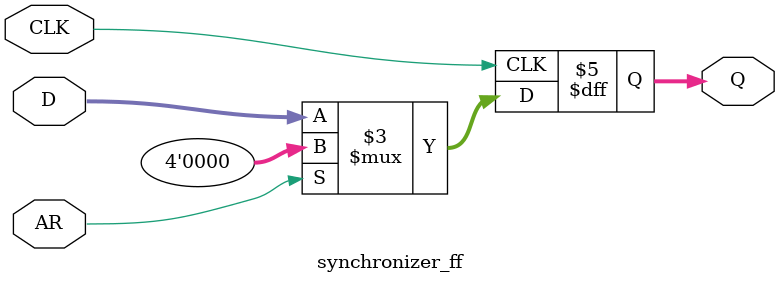
<source format=v>
module synchronizer_ff(
  input [3:0] D,
  input CLK,
  input AR,
  output reg [3:0] Q
);

  always @(posedge CLK) begin
    if (AR) begin
      Q <= 4'b0000;
    end else begin
      Q <= D;
    end
  end

endmodule
</source>
